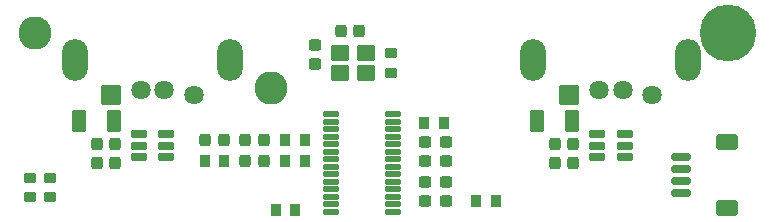
<source format=gbr>
%TF.GenerationSoftware,KiCad,Pcbnew,8.0.2*%
%TF.CreationDate,2025-12-10T20:43:24-08:00*%
%TF.ProjectId,USBHubV3,55534248-7562-4563-932e-6b696361645f,rev?*%
%TF.SameCoordinates,Original*%
%TF.FileFunction,Soldermask,Top*%
%TF.FilePolarity,Negative*%
%FSLAX46Y46*%
G04 Gerber Fmt 4.6, Leading zero omitted, Abs format (unit mm)*
G04 Created by KiCad (PCBNEW 8.0.2) date 2025-12-10 20:43:24*
%MOMM*%
%LPD*%
G01*
G04 APERTURE LIST*
G04 Aperture macros list*
%AMRoundRect*
0 Rectangle with rounded corners*
0 $1 Rounding radius*
0 $2 $3 $4 $5 $6 $7 $8 $9 X,Y pos of 4 corners*
0 Add a 4 corners polygon primitive as box body*
4,1,4,$2,$3,$4,$5,$6,$7,$8,$9,$2,$3,0*
0 Add four circle primitives for the rounded corners*
1,1,$1+$1,$2,$3*
1,1,$1+$1,$4,$5*
1,1,$1+$1,$6,$7*
1,1,$1+$1,$8,$9*
0 Add four rect primitives between the rounded corners*
20,1,$1+$1,$2,$3,$4,$5,0*
20,1,$1+$1,$4,$5,$6,$7,0*
20,1,$1+$1,$6,$7,$8,$9,0*
20,1,$1+$1,$8,$9,$2,$3,0*%
G04 Aperture macros list end*
%ADD10RoundRect,0.225400X-0.300400X0.225400X-0.300400X-0.225400X0.300400X-0.225400X0.300400X0.225400X0*%
%ADD11RoundRect,0.250400X-0.275400X0.250400X-0.275400X-0.250400X0.275400X-0.250400X0.275400X0.250400X0*%
%ADD12RoundRect,0.050800X0.700000X0.600000X-0.700000X0.600000X-0.700000X-0.600000X0.700000X-0.600000X0*%
%ADD13RoundRect,0.225400X0.225400X0.300400X-0.225400X0.300400X-0.225400X-0.300400X0.225400X-0.300400X0*%
%ADD14RoundRect,0.225400X0.300400X-0.225400X0.300400X0.225400X-0.300400X0.225400X-0.300400X-0.225400X0*%
%ADD15RoundRect,0.050800X-0.600000X-0.200000X0.600000X-0.200000X0.600000X0.200000X-0.600000X0.200000X0*%
%ADD16RoundRect,0.250400X-0.250400X-0.275400X0.250400X-0.275400X0.250400X0.275400X-0.250400X0.275400X0*%
%ADD17RoundRect,0.175400X0.500400X0.175400X-0.500400X0.175400X-0.500400X-0.175400X0.500400X-0.175400X0*%
%ADD18C,2.801600*%
%ADD19C,4.801600*%
%ADD20RoundRect,0.272087X-0.353713X-0.678713X0.353713X-0.678713X0.353713X0.678713X-0.353713X0.678713X0*%
%ADD21RoundRect,0.175400X0.650400X-0.175400X0.650400X0.175400X-0.650400X0.175400X-0.650400X-0.175400X0*%
%ADD22RoundRect,0.271166X0.679634X-0.379634X0.679634X0.379634X-0.679634X0.379634X-0.679634X-0.379634X0*%
%ADD23RoundRect,0.250400X0.275400X-0.250400X0.275400X0.250400X-0.275400X0.250400X-0.275400X-0.250400X0*%
%ADD24RoundRect,0.225400X-0.225400X-0.300400X0.225400X-0.300400X0.225400X0.300400X-0.225400X0.300400X0*%
%ADD25RoundRect,0.244150X0.244150X0.281650X-0.244150X0.281650X-0.244150X-0.281650X0.244150X-0.281650X0*%
%ADD26RoundRect,0.244150X-0.244150X-0.281650X0.244150X-0.281650X0.244150X0.281650X-0.244150X0.281650X0*%
%ADD27RoundRect,0.102000X-0.714000X-0.714000X0.714000X-0.714000X0.714000X0.714000X-0.714000X0.714000X0*%
%ADD28C,1.632000*%
%ADD29O,2.204000X3.520000*%
G04 APERTURE END LIST*
D10*
%TO.C,R9*%
X32900000Y-6675000D03*
X32900000Y-8325000D03*
%TD*%
D11*
%TO.C,C1*%
X26500000Y-6025000D03*
X26500000Y-7575000D03*
%TD*%
D12*
%TO.C,Y1*%
X30800000Y-6650000D03*
X28600000Y-6650000D03*
X28600000Y-8350000D03*
X30800000Y-8350000D03*
%TD*%
D13*
%TO.C,R4*%
X37425000Y-12600000D03*
X35775000Y-12600000D03*
%TD*%
%TO.C,R7*%
X25625000Y-15800000D03*
X23975000Y-15800000D03*
%TD*%
D14*
%TO.C,R1*%
X2400000Y-18895000D03*
X2400000Y-17245000D03*
%TD*%
D15*
%TO.C,U1*%
X27900000Y-11872500D03*
X27900000Y-12507500D03*
X27900000Y-13142500D03*
X27900000Y-13777500D03*
X27900000Y-14412500D03*
X27900000Y-15047500D03*
X27900000Y-15682500D03*
X27900000Y-16317500D03*
X27900000Y-16952500D03*
X27900000Y-17587500D03*
X27900000Y-18222500D03*
X27900000Y-18857500D03*
X27900000Y-19492500D03*
X27900000Y-20127500D03*
X33100000Y-20127500D03*
X33100000Y-19492500D03*
X33100000Y-18857500D03*
X33100000Y-18222500D03*
X33100000Y-17587500D03*
X33100000Y-16952500D03*
X33100000Y-16317500D03*
X33100000Y-15682500D03*
X33100000Y-15047500D03*
X33100000Y-14412500D03*
X33100000Y-13777500D03*
X33100000Y-13142500D03*
X33100000Y-12507500D03*
X33100000Y-11872500D03*
%TD*%
D16*
%TO.C,C4*%
X46825000Y-14400000D03*
X48375000Y-14400000D03*
%TD*%
D11*
%TO.C,C11*%
X37600000Y-17625000D03*
X37600000Y-19175000D03*
%TD*%
D17*
%TO.C,U5*%
X13925000Y-15450000D03*
X13925000Y-14500000D03*
X13925000Y-13550000D03*
X11575000Y-13550000D03*
X11575000Y-14500000D03*
X11575000Y-15450000D03*
%TD*%
D16*
%TO.C,C6*%
X46825000Y-16000000D03*
X48375000Y-16000000D03*
%TD*%
D18*
%TO.C,H2*%
X22800000Y-9600000D03*
%TD*%
D19*
%TO.C,H1*%
X61500000Y-5000000D03*
%TD*%
D20*
%TO.C,C8*%
X45325000Y-12400000D03*
X48275000Y-12400000D03*
%TD*%
D18*
%TO.C,H3*%
X2800000Y-5000000D03*
%TD*%
D14*
%TO.C,R2*%
X4070000Y-18895000D03*
X4070000Y-17245000D03*
%TD*%
D16*
%TO.C,C3*%
X8025000Y-14400000D03*
X9575000Y-14400000D03*
%TD*%
D21*
%TO.C,J3*%
X57500000Y-18500000D03*
X57500000Y-17500000D03*
X57500000Y-16500000D03*
X57500000Y-15500000D03*
D22*
X61375000Y-19800000D03*
X61375000Y-14200000D03*
%TD*%
D23*
%TO.C,C10*%
X35800000Y-15775000D03*
X35800000Y-14225000D03*
%TD*%
%TO.C,C12*%
X37600000Y-15775000D03*
X37600000Y-14225000D03*
%TD*%
D16*
%TO.C,C5*%
X8025000Y-16000000D03*
X9575000Y-16000000D03*
%TD*%
D13*
%TO.C,R8*%
X18825000Y-15800000D03*
X17175000Y-15800000D03*
%TD*%
D20*
%TO.C,C7*%
X6525000Y-12400000D03*
X9475000Y-12400000D03*
%TD*%
D13*
%TO.C,R3*%
X41825000Y-19200000D03*
X40175000Y-19200000D03*
%TD*%
D24*
%TO.C,R5*%
X23175000Y-20000000D03*
X24825000Y-20000000D03*
%TD*%
D25*
%TO.C,D1*%
X22187500Y-15800000D03*
X20612500Y-15800000D03*
%TD*%
D26*
%TO.C,D4*%
X20612500Y-14000000D03*
X22187500Y-14000000D03*
%TD*%
D11*
%TO.C,C9*%
X35800000Y-17625000D03*
X35800000Y-19175000D03*
%TD*%
D13*
%TO.C,R10*%
X25625000Y-14000000D03*
X23975000Y-14000000D03*
%TD*%
D16*
%TO.C,C2*%
X28700000Y-4800000D03*
X30250000Y-4800000D03*
%TD*%
D26*
%TO.C,D3*%
X17212500Y-14000000D03*
X18787500Y-14000000D03*
%TD*%
D17*
%TO.C,U6*%
X52725000Y-15450000D03*
X52725000Y-14500000D03*
X52725000Y-13550000D03*
X50375000Y-13550000D03*
X50375000Y-14500000D03*
X50375000Y-15450000D03*
%TD*%
D27*
%TO.C,J1*%
X9250000Y-10190000D03*
D28*
X11750000Y-9790000D03*
X13750000Y-9790000D03*
X16250000Y-10190000D03*
D29*
X6180000Y-7280000D03*
X19320000Y-7280000D03*
%TD*%
D27*
%TO.C,J2*%
X48050000Y-10190000D03*
D28*
X50550000Y-9790000D03*
X52550000Y-9790000D03*
X55050000Y-10190000D03*
D29*
X44980000Y-7280000D03*
X58120000Y-7280000D03*
%TD*%
M02*

</source>
